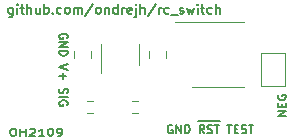
<source format=gbr>
%TF.GenerationSoftware,KiCad,Pcbnew,5.1.9+dfsg1-1*%
%TF.CreationDate,2021-09-16T09:21:50+02:00*%
%TF.ProjectId,switch,73776974-6368-42e6-9b69-6361645f7063,rev?*%
%TF.SameCoordinates,Original*%
%TF.FileFunction,Legend,Top*%
%TF.FilePolarity,Positive*%
%FSLAX46Y46*%
G04 Gerber Fmt 4.6, Leading zero omitted, Abs format (unit mm)*
G04 Created by KiCad (PCBNEW 5.1.9+dfsg1-1) date 2021-09-16 09:21:50*
%MOMM*%
%LPD*%
G01*
G04 APERTURE LIST*
%ADD10C,0.200000*%
%ADD11C,0.150000*%
%ADD12C,0.175000*%
%ADD13C,0.120000*%
G04 APERTURE END LIST*
D10*
X134411523Y-83648571D02*
X134411523Y-84296190D01*
X134373428Y-84372380D01*
X134335333Y-84410476D01*
X134259142Y-84448571D01*
X134144857Y-84448571D01*
X134068666Y-84410476D01*
X134411523Y-84143809D02*
X134335333Y-84181904D01*
X134182952Y-84181904D01*
X134106761Y-84143809D01*
X134068666Y-84105714D01*
X134030571Y-84029523D01*
X134030571Y-83800952D01*
X134068666Y-83724761D01*
X134106761Y-83686666D01*
X134182952Y-83648571D01*
X134335333Y-83648571D01*
X134411523Y-83686666D01*
X134792476Y-84181904D02*
X134792476Y-83648571D01*
X134792476Y-83381904D02*
X134754380Y-83420000D01*
X134792476Y-83458095D01*
X134830571Y-83420000D01*
X134792476Y-83381904D01*
X134792476Y-83458095D01*
X135059142Y-83648571D02*
X135363904Y-83648571D01*
X135173428Y-83381904D02*
X135173428Y-84067619D01*
X135211523Y-84143809D01*
X135287714Y-84181904D01*
X135363904Y-84181904D01*
X135630571Y-84181904D02*
X135630571Y-83381904D01*
X135973428Y-84181904D02*
X135973428Y-83762857D01*
X135935333Y-83686666D01*
X135859142Y-83648571D01*
X135744857Y-83648571D01*
X135668666Y-83686666D01*
X135630571Y-83724761D01*
X136697238Y-83648571D02*
X136697238Y-84181904D01*
X136354380Y-83648571D02*
X136354380Y-84067619D01*
X136392476Y-84143809D01*
X136468666Y-84181904D01*
X136582952Y-84181904D01*
X136659142Y-84143809D01*
X136697238Y-84105714D01*
X137078190Y-84181904D02*
X137078190Y-83381904D01*
X137078190Y-83686666D02*
X137154380Y-83648571D01*
X137306761Y-83648571D01*
X137382952Y-83686666D01*
X137421047Y-83724761D01*
X137459142Y-83800952D01*
X137459142Y-84029523D01*
X137421047Y-84105714D01*
X137382952Y-84143809D01*
X137306761Y-84181904D01*
X137154380Y-84181904D01*
X137078190Y-84143809D01*
X137802000Y-84105714D02*
X137840095Y-84143809D01*
X137802000Y-84181904D01*
X137763904Y-84143809D01*
X137802000Y-84105714D01*
X137802000Y-84181904D01*
X138525809Y-84143809D02*
X138449619Y-84181904D01*
X138297238Y-84181904D01*
X138221047Y-84143809D01*
X138182952Y-84105714D01*
X138144857Y-84029523D01*
X138144857Y-83800952D01*
X138182952Y-83724761D01*
X138221047Y-83686666D01*
X138297238Y-83648571D01*
X138449619Y-83648571D01*
X138525809Y-83686666D01*
X138982952Y-84181904D02*
X138906761Y-84143809D01*
X138868666Y-84105714D01*
X138830571Y-84029523D01*
X138830571Y-83800952D01*
X138868666Y-83724761D01*
X138906761Y-83686666D01*
X138982952Y-83648571D01*
X139097238Y-83648571D01*
X139173428Y-83686666D01*
X139211523Y-83724761D01*
X139249619Y-83800952D01*
X139249619Y-84029523D01*
X139211523Y-84105714D01*
X139173428Y-84143809D01*
X139097238Y-84181904D01*
X138982952Y-84181904D01*
X139592476Y-84181904D02*
X139592476Y-83648571D01*
X139592476Y-83724761D02*
X139630571Y-83686666D01*
X139706761Y-83648571D01*
X139821047Y-83648571D01*
X139897238Y-83686666D01*
X139935333Y-83762857D01*
X139935333Y-84181904D01*
X139935333Y-83762857D02*
X139973428Y-83686666D01*
X140049619Y-83648571D01*
X140163904Y-83648571D01*
X140240095Y-83686666D01*
X140278190Y-83762857D01*
X140278190Y-84181904D01*
X141230571Y-83343809D02*
X140544857Y-84372380D01*
X141611523Y-84181904D02*
X141535333Y-84143809D01*
X141497238Y-84105714D01*
X141459142Y-84029523D01*
X141459142Y-83800952D01*
X141497238Y-83724761D01*
X141535333Y-83686666D01*
X141611523Y-83648571D01*
X141725809Y-83648571D01*
X141802000Y-83686666D01*
X141840095Y-83724761D01*
X141878190Y-83800952D01*
X141878190Y-84029523D01*
X141840095Y-84105714D01*
X141802000Y-84143809D01*
X141725809Y-84181904D01*
X141611523Y-84181904D01*
X142221047Y-83648571D02*
X142221047Y-84181904D01*
X142221047Y-83724761D02*
X142259142Y-83686666D01*
X142335333Y-83648571D01*
X142449619Y-83648571D01*
X142525809Y-83686666D01*
X142563904Y-83762857D01*
X142563904Y-84181904D01*
X143287714Y-84181904D02*
X143287714Y-83381904D01*
X143287714Y-84143809D02*
X143211523Y-84181904D01*
X143059142Y-84181904D01*
X142982952Y-84143809D01*
X142944857Y-84105714D01*
X142906761Y-84029523D01*
X142906761Y-83800952D01*
X142944857Y-83724761D01*
X142982952Y-83686666D01*
X143059142Y-83648571D01*
X143211523Y-83648571D01*
X143287714Y-83686666D01*
X143668666Y-84181904D02*
X143668666Y-83648571D01*
X143668666Y-83800952D02*
X143706761Y-83724761D01*
X143744857Y-83686666D01*
X143821047Y-83648571D01*
X143897238Y-83648571D01*
X144468666Y-84143809D02*
X144392476Y-84181904D01*
X144240095Y-84181904D01*
X144163904Y-84143809D01*
X144125809Y-84067619D01*
X144125809Y-83762857D01*
X144163904Y-83686666D01*
X144240095Y-83648571D01*
X144392476Y-83648571D01*
X144468666Y-83686666D01*
X144506761Y-83762857D01*
X144506761Y-83839047D01*
X144125809Y-83915238D01*
X144849619Y-83648571D02*
X144849619Y-84334285D01*
X144811523Y-84410476D01*
X144735333Y-84448571D01*
X144697238Y-84448571D01*
X144849619Y-83381904D02*
X144811523Y-83420000D01*
X144849619Y-83458095D01*
X144887714Y-83420000D01*
X144849619Y-83381904D01*
X144849619Y-83458095D01*
X145230571Y-84181904D02*
X145230571Y-83381904D01*
X145573428Y-84181904D02*
X145573428Y-83762857D01*
X145535333Y-83686666D01*
X145459142Y-83648571D01*
X145344857Y-83648571D01*
X145268666Y-83686666D01*
X145230571Y-83724761D01*
X146525809Y-83343809D02*
X145840095Y-84372380D01*
X146792476Y-84181904D02*
X146792476Y-83648571D01*
X146792476Y-83800952D02*
X146830571Y-83724761D01*
X146868666Y-83686666D01*
X146944857Y-83648571D01*
X147021047Y-83648571D01*
X147630571Y-84143809D02*
X147554380Y-84181904D01*
X147402000Y-84181904D01*
X147325809Y-84143809D01*
X147287714Y-84105714D01*
X147249619Y-84029523D01*
X147249619Y-83800952D01*
X147287714Y-83724761D01*
X147325809Y-83686666D01*
X147402000Y-83648571D01*
X147554380Y-83648571D01*
X147630571Y-83686666D01*
X147782952Y-84258095D02*
X148392476Y-84258095D01*
X148544857Y-84143809D02*
X148621047Y-84181904D01*
X148773428Y-84181904D01*
X148849619Y-84143809D01*
X148887714Y-84067619D01*
X148887714Y-84029523D01*
X148849619Y-83953333D01*
X148773428Y-83915238D01*
X148659142Y-83915238D01*
X148582952Y-83877142D01*
X148544857Y-83800952D01*
X148544857Y-83762857D01*
X148582952Y-83686666D01*
X148659142Y-83648571D01*
X148773428Y-83648571D01*
X148849619Y-83686666D01*
X149154380Y-83648571D02*
X149306761Y-84181904D01*
X149459142Y-83800952D01*
X149611523Y-84181904D01*
X149763904Y-83648571D01*
X150068666Y-84181904D02*
X150068666Y-83648571D01*
X150068666Y-83381904D02*
X150030571Y-83420000D01*
X150068666Y-83458095D01*
X150106761Y-83420000D01*
X150068666Y-83381904D01*
X150068666Y-83458095D01*
X150335333Y-83648571D02*
X150640095Y-83648571D01*
X150449619Y-83381904D02*
X150449619Y-84067619D01*
X150487714Y-84143809D01*
X150563904Y-84181904D01*
X150640095Y-84181904D01*
X151249619Y-84143809D02*
X151173428Y-84181904D01*
X151021047Y-84181904D01*
X150944857Y-84143809D01*
X150906761Y-84105714D01*
X150868666Y-84029523D01*
X150868666Y-83800952D01*
X150906761Y-83724761D01*
X150944857Y-83686666D01*
X151021047Y-83648571D01*
X151173428Y-83648571D01*
X151249619Y-83686666D01*
X151592476Y-84181904D02*
X151592476Y-83381904D01*
X151935333Y-84181904D02*
X151935333Y-83762857D01*
X151897238Y-83686666D01*
X151821047Y-83648571D01*
X151706761Y-83648571D01*
X151630571Y-83686666D01*
X151592476Y-83724761D01*
D11*
X134378952Y-93905428D02*
X134531333Y-93905428D01*
X134607523Y-93934000D01*
X134683714Y-93991142D01*
X134721809Y-94105428D01*
X134721809Y-94305428D01*
X134683714Y-94419714D01*
X134607523Y-94476857D01*
X134531333Y-94505428D01*
X134378952Y-94505428D01*
X134302761Y-94476857D01*
X134226571Y-94419714D01*
X134188476Y-94305428D01*
X134188476Y-94105428D01*
X134226571Y-93991142D01*
X134302761Y-93934000D01*
X134378952Y-93905428D01*
X135064666Y-94505428D02*
X135064666Y-93905428D01*
X135064666Y-94191142D02*
X135521809Y-94191142D01*
X135521809Y-94505428D02*
X135521809Y-93905428D01*
X135864666Y-93962571D02*
X135902761Y-93934000D01*
X135978952Y-93905428D01*
X136169428Y-93905428D01*
X136245619Y-93934000D01*
X136283714Y-93962571D01*
X136321809Y-94019714D01*
X136321809Y-94076857D01*
X136283714Y-94162571D01*
X135826571Y-94505428D01*
X136321809Y-94505428D01*
X137083714Y-94505428D02*
X136626571Y-94505428D01*
X136855142Y-94505428D02*
X136855142Y-93905428D01*
X136778952Y-93991142D01*
X136702761Y-94048285D01*
X136626571Y-94076857D01*
X137578952Y-93905428D02*
X137655142Y-93905428D01*
X137731333Y-93934000D01*
X137769428Y-93962571D01*
X137807523Y-94019714D01*
X137845619Y-94134000D01*
X137845619Y-94276857D01*
X137807523Y-94391142D01*
X137769428Y-94448285D01*
X137731333Y-94476857D01*
X137655142Y-94505428D01*
X137578952Y-94505428D01*
X137502761Y-94476857D01*
X137464666Y-94448285D01*
X137426571Y-94391142D01*
X137388476Y-94276857D01*
X137388476Y-94134000D01*
X137426571Y-94019714D01*
X137464666Y-93962571D01*
X137502761Y-93934000D01*
X137578952Y-93905428D01*
X138226571Y-94505428D02*
X138378952Y-94505428D01*
X138455142Y-94476857D01*
X138493238Y-94448285D01*
X138569428Y-94362571D01*
X138607523Y-94248285D01*
X138607523Y-94019714D01*
X138569428Y-93962571D01*
X138531333Y-93934000D01*
X138455142Y-93905428D01*
X138302761Y-93905428D01*
X138226571Y-93934000D01*
X138188476Y-93962571D01*
X138150380Y-94019714D01*
X138150380Y-94162571D01*
X138188476Y-94219714D01*
X138226571Y-94248285D01*
X138302761Y-94276857D01*
X138455142Y-94276857D01*
X138531333Y-94248285D01*
X138569428Y-94219714D01*
X138607523Y-94162571D01*
D12*
X157542666Y-92814666D02*
X156842666Y-92814666D01*
X157542666Y-92414666D01*
X156842666Y-92414666D01*
X157176000Y-92081333D02*
X157176000Y-91848000D01*
X157542666Y-91748000D02*
X157542666Y-92081333D01*
X156842666Y-92081333D01*
X156842666Y-91748000D01*
X156876000Y-91081333D02*
X156842666Y-91148000D01*
X156842666Y-91248000D01*
X156876000Y-91348000D01*
X156942666Y-91414666D01*
X157009333Y-91448000D01*
X157142666Y-91481333D01*
X157242666Y-91481333D01*
X157376000Y-91448000D01*
X157442666Y-91414666D01*
X157509333Y-91348000D01*
X157542666Y-91248000D01*
X157542666Y-91181333D01*
X157509333Y-91081333D01*
X157476000Y-91048000D01*
X157242666Y-91048000D01*
X157242666Y-91181333D01*
X147930000Y-93630000D02*
X147863333Y-93596666D01*
X147763333Y-93596666D01*
X147663333Y-93630000D01*
X147596666Y-93696666D01*
X147563333Y-93763333D01*
X147530000Y-93896666D01*
X147530000Y-93996666D01*
X147563333Y-94130000D01*
X147596666Y-94196666D01*
X147663333Y-94263333D01*
X147763333Y-94296666D01*
X147830000Y-94296666D01*
X147930000Y-94263333D01*
X147963333Y-94230000D01*
X147963333Y-93996666D01*
X147830000Y-93996666D01*
X148263333Y-94296666D02*
X148263333Y-93596666D01*
X148663333Y-94296666D01*
X148663333Y-93596666D01*
X148996666Y-94296666D02*
X148996666Y-93596666D01*
X149163333Y-93596666D01*
X149263333Y-93630000D01*
X149330000Y-93696666D01*
X149363333Y-93763333D01*
X149396666Y-93896666D01*
X149396666Y-93996666D01*
X149363333Y-94130000D01*
X149330000Y-94196666D01*
X149263333Y-94263333D01*
X149163333Y-94296666D01*
X148996666Y-94296666D01*
X150063333Y-93248500D02*
X150763333Y-93248500D01*
X150630000Y-94296666D02*
X150396666Y-93963333D01*
X150230000Y-94296666D02*
X150230000Y-93596666D01*
X150496666Y-93596666D01*
X150563333Y-93630000D01*
X150596666Y-93663333D01*
X150630000Y-93730000D01*
X150630000Y-93830000D01*
X150596666Y-93896666D01*
X150563333Y-93930000D01*
X150496666Y-93963333D01*
X150230000Y-93963333D01*
X150763333Y-93248500D02*
X151430000Y-93248500D01*
X150896666Y-94263333D02*
X150996666Y-94296666D01*
X151163333Y-94296666D01*
X151230000Y-94263333D01*
X151263333Y-94230000D01*
X151296666Y-94163333D01*
X151296666Y-94096666D01*
X151263333Y-94030000D01*
X151230000Y-93996666D01*
X151163333Y-93963333D01*
X151030000Y-93930000D01*
X150963333Y-93896666D01*
X150930000Y-93863333D01*
X150896666Y-93796666D01*
X150896666Y-93730000D01*
X150930000Y-93663333D01*
X150963333Y-93630000D01*
X151030000Y-93596666D01*
X151196666Y-93596666D01*
X151296666Y-93630000D01*
X151430000Y-93248500D02*
X151963333Y-93248500D01*
X151496666Y-93596666D02*
X151896666Y-93596666D01*
X151696666Y-94296666D02*
X151696666Y-93596666D01*
X152563333Y-93596666D02*
X152963333Y-93596666D01*
X152763333Y-94296666D02*
X152763333Y-93596666D01*
X153196666Y-93930000D02*
X153430000Y-93930000D01*
X153530000Y-94296666D02*
X153196666Y-94296666D01*
X153196666Y-93596666D01*
X153530000Y-93596666D01*
X153796666Y-94263333D02*
X153896666Y-94296666D01*
X154063333Y-94296666D01*
X154130000Y-94263333D01*
X154163333Y-94230000D01*
X154196666Y-94163333D01*
X154196666Y-94096666D01*
X154163333Y-94030000D01*
X154130000Y-93996666D01*
X154063333Y-93963333D01*
X153930000Y-93930000D01*
X153863333Y-93896666D01*
X153830000Y-93863333D01*
X153796666Y-93796666D01*
X153796666Y-93730000D01*
X153830000Y-93663333D01*
X153863333Y-93630000D01*
X153930000Y-93596666D01*
X154096666Y-93596666D01*
X154196666Y-93630000D01*
X154396666Y-93596666D02*
X154796666Y-93596666D01*
X154596666Y-94296666D02*
X154596666Y-93596666D01*
X139034000Y-86250000D02*
X139067333Y-86183333D01*
X139067333Y-86083333D01*
X139034000Y-85983333D01*
X138967333Y-85916666D01*
X138900666Y-85883333D01*
X138767333Y-85850000D01*
X138667333Y-85850000D01*
X138534000Y-85883333D01*
X138467333Y-85916666D01*
X138400666Y-85983333D01*
X138367333Y-86083333D01*
X138367333Y-86150000D01*
X138400666Y-86250000D01*
X138434000Y-86283333D01*
X138667333Y-86283333D01*
X138667333Y-86150000D01*
X138367333Y-86583333D02*
X139067333Y-86583333D01*
X138367333Y-86983333D01*
X139067333Y-86983333D01*
X138367333Y-87316666D02*
X139067333Y-87316666D01*
X139067333Y-87483333D01*
X139034000Y-87583333D01*
X138967333Y-87650000D01*
X138900666Y-87683333D01*
X138767333Y-87716666D01*
X138667333Y-87716666D01*
X138534000Y-87683333D01*
X138467333Y-87650000D01*
X138400666Y-87583333D01*
X138367333Y-87483333D01*
X138367333Y-87316666D01*
X139067333Y-88450000D02*
X138367333Y-88683333D01*
X139067333Y-88916666D01*
X138634000Y-89150000D02*
X138634000Y-89683333D01*
X138367333Y-89416666D02*
X138900666Y-89416666D01*
X138400666Y-90516666D02*
X138367333Y-90616666D01*
X138367333Y-90783333D01*
X138400666Y-90850000D01*
X138434000Y-90883333D01*
X138500666Y-90916666D01*
X138567333Y-90916666D01*
X138634000Y-90883333D01*
X138667333Y-90850000D01*
X138700666Y-90783333D01*
X138734000Y-90650000D01*
X138767333Y-90583333D01*
X138800666Y-90550000D01*
X138867333Y-90516666D01*
X138934000Y-90516666D01*
X139000666Y-90550000D01*
X139034000Y-90583333D01*
X139067333Y-90650000D01*
X139067333Y-90816666D01*
X139034000Y-90916666D01*
X138367333Y-91216666D02*
X139067333Y-91216666D01*
X139034000Y-91916666D02*
X139067333Y-91850000D01*
X139067333Y-91750000D01*
X139034000Y-91650000D01*
X138967333Y-91583333D01*
X138900666Y-91550000D01*
X138767333Y-91516666D01*
X138667333Y-91516666D01*
X138534000Y-91550000D01*
X138467333Y-91583333D01*
X138400666Y-91650000D01*
X138367333Y-91750000D01*
X138367333Y-91816666D01*
X138400666Y-91916666D01*
X138434000Y-91950000D01*
X138667333Y-91950000D01*
X138667333Y-91816666D01*
D13*
%TO.C,U1*%
X141900000Y-86730000D02*
X141900000Y-89180000D01*
X145120000Y-88530000D02*
X145120000Y-86730000D01*
%TO.C,IC1*%
X151765000Y-84895000D02*
X148165000Y-84895000D01*
X151765000Y-84895000D02*
X153965000Y-84895000D01*
X151765000Y-90365000D02*
X149565000Y-90365000D01*
X151765000Y-90365000D02*
X153965000Y-90365000D01*
%TO.C,R1*%
X140732742Y-92597500D02*
X141207258Y-92597500D01*
X140732742Y-91552500D02*
X141207258Y-91552500D01*
%TO.C,R2*%
X144542742Y-91552500D02*
X145017258Y-91552500D01*
X144542742Y-92597500D02*
X145017258Y-92597500D01*
%TO.C,C1*%
X139600000Y-87891252D02*
X139600000Y-87368748D01*
X141070000Y-87891252D02*
X141070000Y-87368748D01*
%TO.C,C2*%
X145950000Y-87368748D02*
X145950000Y-87891252D01*
X147420000Y-87368748D02*
X147420000Y-87891252D01*
%TO.C,JP1*%
X155464000Y-87500000D02*
X157464000Y-87500000D01*
X155464000Y-90300000D02*
X155464000Y-87500000D01*
X157464000Y-90300000D02*
X155464000Y-90300000D01*
X157464000Y-87500000D02*
X157464000Y-90300000D01*
%TD*%
M02*

</source>
